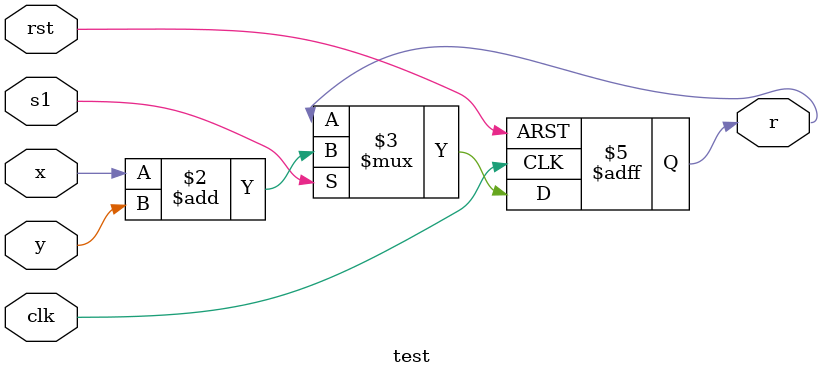
<source format=v>
 (* blackbox *)
module sky130_fd_sc_hd__dlclkp_1 (
  input GATE,
  input CLK,
  output GCLK);
endmodule

 (* blackbox *)
module sky130_fd_sc_hd__dlclkp_2 (
  input GATE,
  input CLK,
  output GCLK);
endmodule

 (* blackbox *)
module sky130_fd_sc_hd__dlclkp_4 (
  input GATE,
  input CLK,
  output GCLK);
endmodule


module look_ahead_4bit(input[3:0] first, input[3:0] sec, input cin, output [3:0] sum, output cout );
 
  wire  c1, c2, c3;
  
  assign c1 =   (first[0] & sec[0]) | (cin & (first[0] | sec[0]));
  assign c2 =   (first[1] & sec[1]) | (c1 & (first[1] | sec[1]));
  assign c3 =   (first[2] & sec[2]) | (c2 & (first[2] | sec[2]));
  assign cout = (first[3] & sec[3]) | (c3 & (first[3] | sec[3]));
 
 
 assign sum[0] = cin ^ first[0] ^ sec[0];
 assign sum[1] = c1  ^ first[1] ^ sec[1];
 assign sum[2] = c2  ^ first[2] ^ sec[2];
 assign sum[3] = c3  ^ first[3] ^ sec[3];
endmodule

module carry_select_eightbit(input[7:0] first, input[7:0] sec, input cin, output [7:0] sum, output cout );
 
 wire cout1, cout0, cout3;
 wire [3:0] sum1, sum0;
 look_ahead_4bit a1( .first(first[3:0]), .sec(sec[3:0]), .cin(cin), .sum(sum[3:0]), .cout(cout3) );
 
 
 look_ahead_4bit a2( .first(first[7:4]), .sec(sec[7:4]), .cin(1'b1), .sum(sum1), .cout(cout1));
 
 look_ahead_4bit a3( .first(first[7:4]), .sec(sec[7:4]), .cin(1'b0), .sum(sum0), .cout(cout0) );
 
 assign sum [7:4]= (cout3) ? sum1: sum0;
 
 assign cout = (cout3) ? cout1: cout0;
 
 
endmodule




module test(input x, y, input clk, s1,rst,  output reg r);


    
    always @(posedge clk, posedge rst)
    begin
        begin
            if(rst)begin
                r<=0;
           end
            else if(s1) begin 
            r<=x+y;
            end 
        end


    end
endmodule
//module test(input [7:0] x, y, input clk, s1,rst,  output reg [8:0] r, output z);


//    wire q; 
//    wire [7:0]  b;

//    carry_select_eightbit adding (.first(x), .sec(y), .cin(0), .sum(b), .cout(q));

    
//    always @(posedge clk, posedge rst)
//    begin
//        begin
//            if(rst)begin
                
         
//                r<=0;
//                z<=0;
//           end
//            else if(s1) begin 

//            r<={q,b[7:0]};
//            z<=x|y;
//            end 
//        end


//    end
//endmodule

</source>
